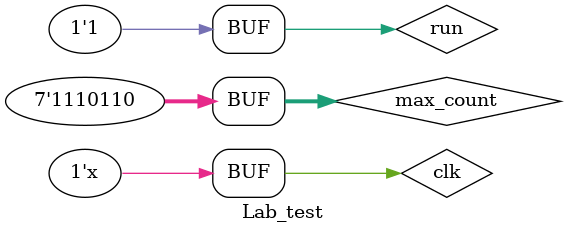
<source format=v>
module Lab_test;
	reg [6:0] max_count;		//inputs
	reg clk;
	reg run;
	wire [3:0] digit1;		//outputs
	wire [3:0] digit2;
	
	Lab3 uut (
		.max_count(max_count), 
		.clk(clk),
		.run(run),  
		.digit1(digit1), 
		.digit2(digit2)
	);
	
	always begin
		clk = ~clk;
		#2;
	end

	initial begin
		clk = 0;
		run = 0;
		max_count = 0;
		
		#100;		// Set MAX to 73 while run=0
		max_count = 73;		
		
		#10;		// Wait, then set run to 1
		run = 1;					
		
		#150;		// Change MAX while run is 1 - should NOT affect the output;		
		max_count = 15;
		
		#850;		// At this time, the output should be 73. 
		run = 0;	// Reset it to zero and give it the new max by setting run to 0
		
		#20		// Count up to 15 by setting run to 1		
		run = 1;
		
		#50;		// Change max count to > 99		
		max_count = 118;
				
		#500		// Set run to 0
		run=0;
		
		#20		// Set run to 1
		run=1;
		// Should count to 99 and stop
		// *** NOTE*** You will need to simulate 3us to see the entire waveform
	end
endmodule

</source>
